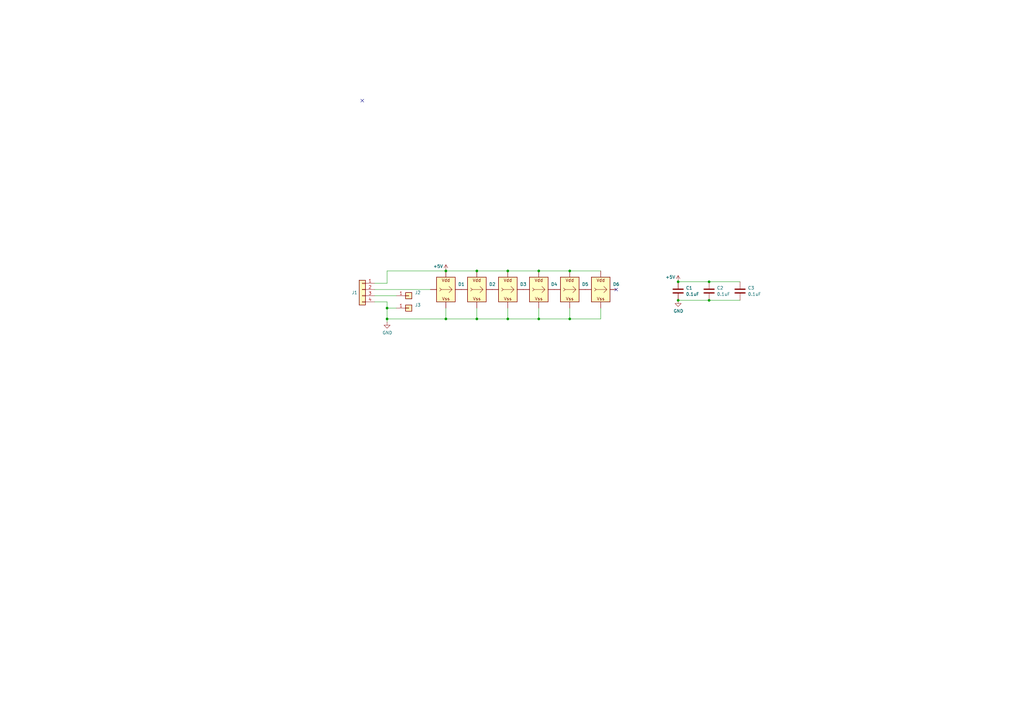
<source format=kicad_sch>
(kicad_sch
	(version 20231120)
	(generator "eeschema")
	(generator_version "8.0")
	(uuid "2e3f5573-c264-4a8b-a2f0-0e6473d39aad")
	(paper "A3")
	(lib_symbols
		(symbol "Connector_Generic:Conn_01x01"
			(pin_names
				(offset 1.016) hide)
			(exclude_from_sim no)
			(in_bom yes)
			(on_board yes)
			(property "Reference" "J"
				(at 0 2.54 0)
				(effects
					(font
						(size 1.27 1.27)
					)
				)
			)
			(property "Value" "Conn_01x01"
				(at 0 -2.54 0)
				(effects
					(font
						(size 1.27 1.27)
					)
				)
			)
			(property "Footprint" ""
				(at 0 0 0)
				(effects
					(font
						(size 1.27 1.27)
					)
					(hide yes)
				)
			)
			(property "Datasheet" "~"
				(at 0 0 0)
				(effects
					(font
						(size 1.27 1.27)
					)
					(hide yes)
				)
			)
			(property "Description" "Generic connector, single row, 01x01, script generated (kicad-library-utils/schlib/autogen/connector/)"
				(at 0 0 0)
				(effects
					(font
						(size 1.27 1.27)
					)
					(hide yes)
				)
			)
			(property "ki_keywords" "connector"
				(at 0 0 0)
				(effects
					(font
						(size 1.27 1.27)
					)
					(hide yes)
				)
			)
			(property "ki_fp_filters" "Connector*:*_1x??_*"
				(at 0 0 0)
				(effects
					(font
						(size 1.27 1.27)
					)
					(hide yes)
				)
			)
			(symbol "Conn_01x01_1_1"
				(rectangle
					(start -1.27 0.127)
					(end 0 -0.127)
					(stroke
						(width 0.1524)
						(type default)
					)
					(fill
						(type none)
					)
				)
				(rectangle
					(start -1.27 1.27)
					(end 1.27 -1.27)
					(stroke
						(width 0.254)
						(type default)
					)
					(fill
						(type background)
					)
				)
				(pin passive line
					(at -5.08 0 0)
					(length 3.81)
					(name "Pin_1"
						(effects
							(font
								(size 1.27 1.27)
							)
						)
					)
					(number "1"
						(effects
							(font
								(size 1.27 1.27)
							)
						)
					)
				)
			)
		)
		(symbol "Connector_Generic:Conn_01x04"
			(pin_names
				(offset 1.016) hide)
			(exclude_from_sim no)
			(in_bom yes)
			(on_board yes)
			(property "Reference" "J"
				(at 0 5.08 0)
				(effects
					(font
						(size 1.27 1.27)
					)
				)
			)
			(property "Value" "Conn_01x04"
				(at 0 -7.62 0)
				(effects
					(font
						(size 1.27 1.27)
					)
				)
			)
			(property "Footprint" ""
				(at 0 0 0)
				(effects
					(font
						(size 1.27 1.27)
					)
					(hide yes)
				)
			)
			(property "Datasheet" "~"
				(at 0 0 0)
				(effects
					(font
						(size 1.27 1.27)
					)
					(hide yes)
				)
			)
			(property "Description" "Generic connector, single row, 01x04, script generated (kicad-library-utils/schlib/autogen/connector/)"
				(at 0 0 0)
				(effects
					(font
						(size 1.27 1.27)
					)
					(hide yes)
				)
			)
			(property "ki_keywords" "connector"
				(at 0 0 0)
				(effects
					(font
						(size 1.27 1.27)
					)
					(hide yes)
				)
			)
			(property "ki_fp_filters" "Connector*:*_1x??_*"
				(at 0 0 0)
				(effects
					(font
						(size 1.27 1.27)
					)
					(hide yes)
				)
			)
			(symbol "Conn_01x04_1_1"
				(rectangle
					(start -1.27 -4.953)
					(end 0 -5.207)
					(stroke
						(width 0.1524)
						(type default)
					)
					(fill
						(type none)
					)
				)
				(rectangle
					(start -1.27 -2.413)
					(end 0 -2.667)
					(stroke
						(width 0.1524)
						(type default)
					)
					(fill
						(type none)
					)
				)
				(rectangle
					(start -1.27 0.127)
					(end 0 -0.127)
					(stroke
						(width 0.1524)
						(type default)
					)
					(fill
						(type none)
					)
				)
				(rectangle
					(start -1.27 2.667)
					(end 0 2.413)
					(stroke
						(width 0.1524)
						(type default)
					)
					(fill
						(type none)
					)
				)
				(rectangle
					(start -1.27 3.81)
					(end 1.27 -6.35)
					(stroke
						(width 0.254)
						(type default)
					)
					(fill
						(type background)
					)
				)
				(pin passive line
					(at -5.08 2.54 0)
					(length 3.81)
					(name "Pin_1"
						(effects
							(font
								(size 1.27 1.27)
							)
						)
					)
					(number "1"
						(effects
							(font
								(size 1.27 1.27)
							)
						)
					)
				)
				(pin passive line
					(at -5.08 0 0)
					(length 3.81)
					(name "Pin_2"
						(effects
							(font
								(size 1.27 1.27)
							)
						)
					)
					(number "2"
						(effects
							(font
								(size 1.27 1.27)
							)
						)
					)
				)
				(pin passive line
					(at -5.08 -2.54 0)
					(length 3.81)
					(name "Pin_3"
						(effects
							(font
								(size 1.27 1.27)
							)
						)
					)
					(number "3"
						(effects
							(font
								(size 1.27 1.27)
							)
						)
					)
				)
				(pin passive line
					(at -5.08 -5.08 0)
					(length 3.81)
					(name "Pin_4"
						(effects
							(font
								(size 1.27 1.27)
							)
						)
					)
					(number "4"
						(effects
							(font
								(size 1.27 1.27)
							)
						)
					)
				)
			)
		)
		(symbol "Device:C"
			(pin_numbers hide)
			(pin_names
				(offset 0.254)
			)
			(exclude_from_sim no)
			(in_bom yes)
			(on_board yes)
			(property "Reference" "C"
				(at 0.635 2.54 0)
				(effects
					(font
						(size 1.27 1.27)
					)
					(justify left)
				)
			)
			(property "Value" "C"
				(at 0.635 -2.54 0)
				(effects
					(font
						(size 1.27 1.27)
					)
					(justify left)
				)
			)
			(property "Footprint" ""
				(at 0.9652 -3.81 0)
				(effects
					(font
						(size 1.27 1.27)
					)
					(hide yes)
				)
			)
			(property "Datasheet" "~"
				(at 0 0 0)
				(effects
					(font
						(size 1.27 1.27)
					)
					(hide yes)
				)
			)
			(property "Description" "Unpolarized capacitor"
				(at 0 0 0)
				(effects
					(font
						(size 1.27 1.27)
					)
					(hide yes)
				)
			)
			(property "ki_keywords" "cap capacitor"
				(at 0 0 0)
				(effects
					(font
						(size 1.27 1.27)
					)
					(hide yes)
				)
			)
			(property "ki_fp_filters" "C_*"
				(at 0 0 0)
				(effects
					(font
						(size 1.27 1.27)
					)
					(hide yes)
				)
			)
			(symbol "C_0_1"
				(polyline
					(pts
						(xy -2.032 -0.762) (xy 2.032 -0.762)
					)
					(stroke
						(width 0.508)
						(type default)
					)
					(fill
						(type none)
					)
				)
				(polyline
					(pts
						(xy -2.032 0.762) (xy 2.032 0.762)
					)
					(stroke
						(width 0.508)
						(type default)
					)
					(fill
						(type none)
					)
				)
			)
			(symbol "C_1_1"
				(pin passive line
					(at 0 3.81 270)
					(length 2.794)
					(name "~"
						(effects
							(font
								(size 1.27 1.27)
							)
						)
					)
					(number "1"
						(effects
							(font
								(size 1.27 1.27)
							)
						)
					)
				)
				(pin passive line
					(at 0 -3.81 90)
					(length 2.794)
					(name "~"
						(effects
							(font
								(size 1.27 1.27)
							)
						)
					)
					(number "2"
						(effects
							(font
								(size 1.27 1.27)
							)
						)
					)
				)
			)
		)
		(symbol "musec_pico:WS2812B_Unified"
			(pin_numbers hide)
			(pin_names
				(offset 0.254) hide)
			(exclude_from_sim no)
			(in_bom yes)
			(on_board yes)
			(property "Reference" "D10"
				(at 2.54 6.35 0)
				(effects
					(font
						(size 1.27 1.27)
					)
				)
			)
			(property "Value" "WS2812B_Unified"
				(at 15.24 1.7907 0)
				(effects
					(font
						(size 1.27 1.27)
					)
					(hide yes)
				)
			)
			(property "Footprint" "musec_pico:WS2812B-2835"
				(at 1.27 -7.62 0)
				(effects
					(font
						(size 1.27 1.27)
					)
					(justify left top)
					(hide yes)
				)
			)
			(property "Datasheet" ""
				(at 2.54 -9.525 0)
				(effects
					(font
						(size 1.27 1.27)
					)
					(justify left top)
					(hide yes)
				)
			)
			(property "Description" "RGB LED with integrated controller"
				(at 0 0 0)
				(effects
					(font
						(size 1.27 1.27)
					)
					(hide yes)
				)
			)
			(property "ki_keywords" "RGB LED NeoPixel addressable"
				(at 0 0 0)
				(effects
					(font
						(size 1.27 1.27)
					)
					(hide yes)
				)
			)
			(property "ki_fp_filters" "LED*WS2812"
				(at 0 0 0)
				(effects
					(font
						(size 1.27 1.27)
					)
					(hide yes)
				)
			)
			(symbol "WS2812B_Unified_0_0"
				(polyline
					(pts
						(xy -1.905 0) (xy 2.54 0) (xy 1.27 1.27)
					)
					(stroke
						(width 0)
						(type default)
					)
					(fill
						(type none)
					)
				)
				(text "Vdd"
					(at 0 3.81 0)
					(effects
						(font
							(size 1.27 1.27)
						)
					)
				)
				(text "Vss"
					(at 0 -3.81 0)
					(effects
						(font
							(size 1.27 1.27)
						)
					)
				)
			)
			(symbol "WS2812B_Unified_0_1"
				(rectangle
					(start -3.81 5.08)
					(end 3.81 -5.08)
					(stroke
						(width 0.254)
						(type default)
					)
					(fill
						(type background)
					)
				)
				(polyline
					(pts
						(xy 1.27 -1.27) (xy 2.54 0)
					)
					(stroke
						(width 0)
						(type default)
					)
					(fill
						(type none)
					)
				)
				(polyline
					(pts
						(xy -2.54 0.635) (xy -1.905 0) (xy -2.54 -0.635)
					)
					(stroke
						(width 0)
						(type default)
					)
					(fill
						(type none)
					)
				)
			)
			(symbol "WS2812B_Unified_1_1"
				(pin power_in line
					(at 0 -7.62 90)
					(length 2.54)
					(name "VSS"
						(effects
							(font
								(size 1.27 1.27)
							)
						)
					)
					(number "G"
						(effects
							(font
								(size 1.27 1.27)
							)
						)
					)
				)
				(pin input line
					(at -6.35 0 0)
					(length 2.54)
					(name "In"
						(effects
							(font
								(size 1.27 1.27)
							)
						)
					)
					(number "I"
						(effects
							(font
								(size 1.27 1.27)
							)
						)
					)
				)
				(pin output line
					(at 6.35 0 180)
					(length 2.54)
					(name "Out"
						(effects
							(font
								(size 1.27 1.27)
							)
						)
					)
					(number "O"
						(effects
							(font
								(size 1.27 1.27)
							)
						)
					)
				)
				(pin power_in line
					(at 0 7.62 270)
					(length 2.54)
					(name "VDD"
						(effects
							(font
								(size 1.27 1.27)
							)
						)
					)
					(number "V"
						(effects
							(font
								(size 1.27 1.27)
							)
						)
					)
				)
			)
		)
		(symbol "power:+5V"
			(power)
			(pin_numbers hide)
			(pin_names
				(offset 0) hide)
			(exclude_from_sim no)
			(in_bom yes)
			(on_board yes)
			(property "Reference" "#PWR"
				(at 0 -3.81 0)
				(effects
					(font
						(size 1.27 1.27)
					)
					(hide yes)
				)
			)
			(property "Value" "+5V"
				(at 0 3.556 0)
				(effects
					(font
						(size 1.27 1.27)
					)
				)
			)
			(property "Footprint" ""
				(at 0 0 0)
				(effects
					(font
						(size 1.27 1.27)
					)
					(hide yes)
				)
			)
			(property "Datasheet" ""
				(at 0 0 0)
				(effects
					(font
						(size 1.27 1.27)
					)
					(hide yes)
				)
			)
			(property "Description" "Power symbol creates a global label with name \"+5V\""
				(at 0 0 0)
				(effects
					(font
						(size 1.27 1.27)
					)
					(hide yes)
				)
			)
			(property "ki_keywords" "global power"
				(at 0 0 0)
				(effects
					(font
						(size 1.27 1.27)
					)
					(hide yes)
				)
			)
			(symbol "+5V_0_1"
				(polyline
					(pts
						(xy -0.762 1.27) (xy 0 2.54)
					)
					(stroke
						(width 0)
						(type default)
					)
					(fill
						(type none)
					)
				)
				(polyline
					(pts
						(xy 0 0) (xy 0 2.54)
					)
					(stroke
						(width 0)
						(type default)
					)
					(fill
						(type none)
					)
				)
				(polyline
					(pts
						(xy 0 2.54) (xy 0.762 1.27)
					)
					(stroke
						(width 0)
						(type default)
					)
					(fill
						(type none)
					)
				)
			)
			(symbol "+5V_1_1"
				(pin power_in line
					(at 0 0 90)
					(length 0)
					(name "~"
						(effects
							(font
								(size 1.27 1.27)
							)
						)
					)
					(number "1"
						(effects
							(font
								(size 1.27 1.27)
							)
						)
					)
				)
			)
		)
		(symbol "power:GND"
			(power)
			(pin_numbers hide)
			(pin_names
				(offset 0) hide)
			(exclude_from_sim no)
			(in_bom yes)
			(on_board yes)
			(property "Reference" "#PWR"
				(at 0 -6.35 0)
				(effects
					(font
						(size 1.27 1.27)
					)
					(hide yes)
				)
			)
			(property "Value" "GND"
				(at 0 -3.81 0)
				(effects
					(font
						(size 1.27 1.27)
					)
				)
			)
			(property "Footprint" ""
				(at 0 0 0)
				(effects
					(font
						(size 1.27 1.27)
					)
					(hide yes)
				)
			)
			(property "Datasheet" ""
				(at 0 0 0)
				(effects
					(font
						(size 1.27 1.27)
					)
					(hide yes)
				)
			)
			(property "Description" "Power symbol creates a global label with name \"GND\" , ground"
				(at 0 0 0)
				(effects
					(font
						(size 1.27 1.27)
					)
					(hide yes)
				)
			)
			(property "ki_keywords" "global power"
				(at 0 0 0)
				(effects
					(font
						(size 1.27 1.27)
					)
					(hide yes)
				)
			)
			(symbol "GND_0_1"
				(polyline
					(pts
						(xy 0 0) (xy 0 -1.27) (xy 1.27 -1.27) (xy 0 -2.54) (xy -1.27 -1.27) (xy 0 -1.27)
					)
					(stroke
						(width 0)
						(type default)
					)
					(fill
						(type none)
					)
				)
			)
			(symbol "GND_1_1"
				(pin power_in line
					(at 0 0 270)
					(length 0)
					(name "~"
						(effects
							(font
								(size 1.27 1.27)
							)
						)
					)
					(number "1"
						(effects
							(font
								(size 1.27 1.27)
							)
						)
					)
				)
			)
		)
	)
	(junction
		(at 290.83 123.19)
		(diameter 0)
		(color 0 0 0 0)
		(uuid "00d46313-bcf3-4ca5-baf7-e1e5d179b357")
	)
	(junction
		(at 220.98 111.125)
		(diameter 0)
		(color 0 0 0 0)
		(uuid "0ff41c96-440c-422f-b46d-9dab5cfff90d")
	)
	(junction
		(at 220.98 130.81)
		(diameter 0)
		(color 0 0 0 0)
		(uuid "1a48b5e0-e2ef-48e7-b202-5c4414a7a970")
	)
	(junction
		(at 278.13 115.57)
		(diameter 0)
		(color 0 0 0 0)
		(uuid "1e2b33df-8502-4370-ad6a-ef4ef517dbfe")
	)
	(junction
		(at 233.68 111.125)
		(diameter 0)
		(color 0 0 0 0)
		(uuid "312043af-813d-4708-b7a6-7f7cae610f62")
	)
	(junction
		(at 208.28 130.81)
		(diameter 0)
		(color 0 0 0 0)
		(uuid "3b67b0b7-33f8-4b70-a6a4-4bf2f382ea75")
	)
	(junction
		(at 158.75 126.365)
		(diameter 0)
		(color 0 0 0 0)
		(uuid "4a901f82-a5d1-4f5e-bc96-ae04237802ab")
	)
	(junction
		(at 195.58 111.125)
		(diameter 0)
		(color 0 0 0 0)
		(uuid "641c821c-be29-4d71-8d8d-6ee6c9fc6e30")
	)
	(junction
		(at 195.58 130.81)
		(diameter 0)
		(color 0 0 0 0)
		(uuid "6f33cceb-c636-4a09-b346-0d71fe6cd895")
	)
	(junction
		(at 278.13 123.19)
		(diameter 0)
		(color 0 0 0 0)
		(uuid "8722640e-5fae-4ed7-9dfe-59b017468e06")
	)
	(junction
		(at 208.28 111.125)
		(diameter 0)
		(color 0 0 0 0)
		(uuid "8b2c1f1a-8219-4a3b-a585-bf8d7c5fc3a0")
	)
	(junction
		(at 290.83 115.57)
		(diameter 0)
		(color 0 0 0 0)
		(uuid "b9a41b8c-fb1c-4f19-98f9-3d57cbece1bc")
	)
	(junction
		(at 182.88 130.81)
		(diameter 0)
		(color 0 0 0 0)
		(uuid "cc4dd972-e068-4604-8b7f-164c1316deb4")
	)
	(junction
		(at 158.75 130.81)
		(diameter 0)
		(color 0 0 0 0)
		(uuid "cfec2c03-c2bf-4b61-8608-06dfb910d9e2")
	)
	(junction
		(at 233.68 130.81)
		(diameter 0)
		(color 0 0 0 0)
		(uuid "d41f1155-94f5-4921-9052-8e1a9566f358")
	)
	(junction
		(at 182.88 111.125)
		(diameter 0)
		(color 0 0 0 0)
		(uuid "fb71beef-234b-4a04-98f8-8eded5fb246c")
	)
	(no_connect
		(at 148.59 41.275)
		(uuid "5ffb3571-20cd-477e-9964-de2b03d7012a")
	)
	(no_connect
		(at 252.73 118.745)
		(uuid "bb676a16-a560-49c0-a7ae-4ee3f36decf5")
	)
	(wire
		(pts
			(xy 246.38 130.81) (xy 246.38 126.365)
		)
		(stroke
			(width 0)
			(type default)
		)
		(uuid "0eda0b82-3289-4786-b672-a42dccc4a6b7")
	)
	(wire
		(pts
			(xy 208.28 130.81) (xy 220.98 130.81)
		)
		(stroke
			(width 0)
			(type default)
		)
		(uuid "1dd85448-b7d6-4bf8-9309-b524dc8df2c1")
	)
	(wire
		(pts
			(xy 233.68 111.125) (xy 246.38 111.125)
		)
		(stroke
			(width 0)
			(type default)
		)
		(uuid "22022e94-7675-4430-b592-1c78c7ed7c02")
	)
	(wire
		(pts
			(xy 278.13 123.19) (xy 290.83 123.19)
		)
		(stroke
			(width 0)
			(type default)
		)
		(uuid "2361ecaf-e2df-4990-be03-3a2a353fed7d")
	)
	(wire
		(pts
			(xy 182.88 111.125) (xy 195.58 111.125)
		)
		(stroke
			(width 0)
			(type default)
		)
		(uuid "26382f51-7e6f-4738-9731-ae5372eb0ddd")
	)
	(wire
		(pts
			(xy 195.58 130.81) (xy 195.58 126.365)
		)
		(stroke
			(width 0)
			(type default)
		)
		(uuid "27280215-715e-459f-8d53-5af354398e66")
	)
	(wire
		(pts
			(xy 153.67 121.285) (xy 162.56 121.285)
		)
		(stroke
			(width 0)
			(type default)
		)
		(uuid "3a259c5f-ff7b-4b6f-85bc-bb0cbeec5bca")
	)
	(wire
		(pts
			(xy 158.75 130.81) (xy 182.88 130.81)
		)
		(stroke
			(width 0)
			(type default)
		)
		(uuid "3f4ef095-7257-414b-ba86-1f065670a51f")
	)
	(wire
		(pts
			(xy 233.68 130.81) (xy 233.68 126.365)
		)
		(stroke
			(width 0)
			(type default)
		)
		(uuid "6456ca01-14fb-4bf7-9f20-1d4ec7a88d2b")
	)
	(wire
		(pts
			(xy 290.83 115.57) (xy 303.53 115.57)
		)
		(stroke
			(width 0)
			(type default)
		)
		(uuid "6971d69d-8ad6-4fdb-8bfe-8ee678b5e123")
	)
	(wire
		(pts
			(xy 182.88 130.81) (xy 195.58 130.81)
		)
		(stroke
			(width 0)
			(type default)
		)
		(uuid "7314df31-fad1-4d66-bf92-9be916327056")
	)
	(wire
		(pts
			(xy 220.98 130.81) (xy 220.98 126.365)
		)
		(stroke
			(width 0)
			(type default)
		)
		(uuid "774e8375-cd98-45f8-b98f-f3e7382f05d6")
	)
	(wire
		(pts
			(xy 278.13 115.57) (xy 290.83 115.57)
		)
		(stroke
			(width 0)
			(type default)
		)
		(uuid "792e166e-1541-46b7-9a52-10661726494b")
	)
	(wire
		(pts
			(xy 153.67 123.825) (xy 158.75 123.825)
		)
		(stroke
			(width 0)
			(type default)
		)
		(uuid "7b27375d-6070-416d-938a-70e39e167a8a")
	)
	(wire
		(pts
			(xy 158.75 130.81) (xy 158.75 132.08)
		)
		(stroke
			(width 0)
			(type default)
		)
		(uuid "8f597bd4-914a-4731-bf75-e5763df289a6")
	)
	(wire
		(pts
			(xy 158.75 116.205) (xy 158.75 111.125)
		)
		(stroke
			(width 0)
			(type default)
		)
		(uuid "998de38a-1e0a-43c3-afe8-04403b8be258")
	)
	(wire
		(pts
			(xy 233.68 130.81) (xy 246.38 130.81)
		)
		(stroke
			(width 0)
			(type default)
		)
		(uuid "9acfa527-e99a-44ba-9526-6621ca6389f5")
	)
	(wire
		(pts
			(xy 153.67 118.745) (xy 176.53 118.745)
		)
		(stroke
			(width 0)
			(type default)
		)
		(uuid "9af32cbc-b3b1-4d02-863c-25633a34cf13")
	)
	(wire
		(pts
			(xy 158.75 116.205) (xy 153.67 116.205)
		)
		(stroke
			(width 0)
			(type default)
		)
		(uuid "a89db55b-b9de-43b1-b27b-143eeee79ef7")
	)
	(wire
		(pts
			(xy 158.75 126.365) (xy 158.75 130.81)
		)
		(stroke
			(width 0)
			(type default)
		)
		(uuid "aee58d10-7e4d-42ae-bbc9-ff96854f1036")
	)
	(wire
		(pts
			(xy 220.98 111.125) (xy 233.68 111.125)
		)
		(stroke
			(width 0)
			(type default)
		)
		(uuid "af3b706a-b2a1-4d1f-8a53-92b85536fd7e")
	)
	(wire
		(pts
			(xy 195.58 130.81) (xy 208.28 130.81)
		)
		(stroke
			(width 0)
			(type default)
		)
		(uuid "b145287e-eeac-4319-920c-d8d17a483bde")
	)
	(wire
		(pts
			(xy 208.28 111.125) (xy 220.98 111.125)
		)
		(stroke
			(width 0)
			(type default)
		)
		(uuid "b56cf79f-15d7-4d90-9637-a211cd4ce394")
	)
	(wire
		(pts
			(xy 158.75 126.365) (xy 162.56 126.365)
		)
		(stroke
			(width 0)
			(type default)
		)
		(uuid "bbdb9ead-df12-45dd-bee5-a6974b04f2ac")
	)
	(wire
		(pts
			(xy 158.75 111.125) (xy 182.88 111.125)
		)
		(stroke
			(width 0)
			(type default)
		)
		(uuid "bc7bc620-b294-4846-9185-936ee708c2d8")
	)
	(wire
		(pts
			(xy 290.83 123.19) (xy 303.53 123.19)
		)
		(stroke
			(width 0)
			(type default)
		)
		(uuid "cba0b790-87fd-403e-a984-d3df90d5b2fb")
	)
	(wire
		(pts
			(xy 158.75 123.825) (xy 158.75 126.365)
		)
		(stroke
			(width 0)
			(type default)
		)
		(uuid "d089e414-c028-4ce1-b488-de408dea3f64")
	)
	(wire
		(pts
			(xy 208.28 130.81) (xy 208.28 126.365)
		)
		(stroke
			(width 0)
			(type default)
		)
		(uuid "df99a850-e42e-45ce-8edd-34d3d4b125e0")
	)
	(wire
		(pts
			(xy 195.58 111.125) (xy 208.28 111.125)
		)
		(stroke
			(width 0)
			(type default)
		)
		(uuid "e329e283-812b-4e52-ab8a-0f3e3a1efef3")
	)
	(wire
		(pts
			(xy 220.98 130.81) (xy 233.68 130.81)
		)
		(stroke
			(width 0)
			(type default)
		)
		(uuid "e5b2b3df-a26b-41bd-b7f1-2e717386b753")
	)
	(wire
		(pts
			(xy 182.88 130.81) (xy 182.88 126.365)
		)
		(stroke
			(width 0)
			(type default)
		)
		(uuid "e8d75bfb-1513-4adb-aa4b-0959eb075201")
	)
	(symbol
		(lib_id "Device:C")
		(at 303.53 119.38 0)
		(unit 1)
		(exclude_from_sim no)
		(in_bom yes)
		(on_board yes)
		(dnp no)
		(fields_autoplaced yes)
		(uuid "008dc9be-7156-45d4-8aa0-87ab55399ab8")
		(property "Reference" "C3"
			(at 306.705 118.1099 0)
			(effects
				(font
					(size 1.27 1.27)
				)
				(justify left)
			)
		)
		(property "Value" "0.1uF"
			(at 306.705 120.6499 0)
			(effects
				(font
					(size 1.27 1.27)
				)
				(justify left)
			)
		)
		(property "Footprint" "Capacitor_SMD:C_0603_1608Metric_Pad1.08x0.95mm_HandSolder"
			(at 304.4952 123.19 0)
			(effects
				(font
					(size 1.27 1.27)
				)
				(hide yes)
			)
		)
		(property "Datasheet" "~"
			(at 303.53 119.38 0)
			(effects
				(font
					(size 1.27 1.27)
				)
				(hide yes)
			)
		)
		(property "Description" "Unpolarized capacitor"
			(at 303.53 119.38 0)
			(effects
				(font
					(size 1.27 1.27)
				)
				(hide yes)
			)
		)
		(pin "1"
			(uuid "a919a5f3-3e85-47e8-99d5-b2874afa509b")
		)
		(pin "2"
			(uuid "223aa74a-d0de-41fd-8183-1e6337fe9b18")
		)
		(instances
			(project "musec_pico"
				(path "/2e3f5573-c264-4a8b-a2f0-0e6473d39aad"
					(reference "C3")
					(unit 1)
				)
			)
		)
	)
	(symbol
		(lib_id "musec_pico:WS2812B_Unified")
		(at 246.38 118.745 0)
		(unit 1)
		(exclude_from_sim no)
		(in_bom yes)
		(on_board yes)
		(dnp no)
		(uuid "0161edd7-8c07-415e-b76b-87d7ffd77032")
		(property "Reference" "D6"
			(at 252.73 116.586 0)
			(effects
				(font
					(size 1.27 1.27)
				)
			)
		)
		(property "Value" "WS2812B_Unified"
			(at 261.62 116.9543 0)
			(effects
				(font
					(size 1.27 1.27)
				)
				(hide yes)
			)
		)
		(property "Footprint" "musec_pedal:WS2812B-2835"
			(at 247.65 126.365 0)
			(effects
				(font
					(size 1.27 1.27)
				)
				(justify left top)
				(hide yes)
			)
		)
		(property "Datasheet" ""
			(at 248.92 128.27 0)
			(effects
				(font
					(size 1.27 1.27)
				)
				(justify left top)
				(hide yes)
			)
		)
		(property "Description" "RGB LED with integrated controller"
			(at 246.38 118.745 0)
			(effects
				(font
					(size 1.27 1.27)
				)
				(hide yes)
			)
		)
		(pin "G"
			(uuid "2686218c-103a-49dd-844f-46c981a16625")
		)
		(pin "I"
			(uuid "d81e567c-3486-43dc-bf43-1706f238bf76")
		)
		(pin "O"
			(uuid "4e079ee7-9686-4862-82c1-c353af68ea43")
		)
		(pin "V"
			(uuid "4279f6a9-65b3-407f-ad0e-33ca933ee8fe")
		)
		(instances
			(project "musec_pedal"
				(path "/2e3f5573-c264-4a8b-a2f0-0e6473d39aad"
					(reference "D6")
					(unit 1)
				)
			)
		)
	)
	(symbol
		(lib_id "Connector_Generic:Conn_01x01")
		(at 167.64 121.285 0)
		(unit 1)
		(exclude_from_sim no)
		(in_bom yes)
		(on_board yes)
		(dnp no)
		(fields_autoplaced yes)
		(uuid "09d673a5-2154-47d0-a75a-1ae6886e29ac")
		(property "Reference" "J2"
			(at 170.18 120.0149 0)
			(effects
				(font
					(size 1.27 1.27)
				)
				(justify left)
			)
		)
		(property "Value" "SW1"
			(at 170.18 122.5549 0)
			(effects
				(font
					(size 1.27 1.27)
				)
				(justify left)
				(hide yes)
			)
		)
		(property "Footprint" "musec_pedal:Solder_1P"
			(at 167.64 121.285 0)
			(effects
				(font
					(size 1.27 1.27)
				)
				(hide yes)
			)
		)
		(property "Datasheet" "~"
			(at 167.64 121.285 0)
			(effects
				(font
					(size 1.27 1.27)
				)
				(hide yes)
			)
		)
		(property "Description" "Generic connector, single row, 01x01, script generated (kicad-library-utils/schlib/autogen/connector/)"
			(at 167.64 121.285 0)
			(effects
				(font
					(size 1.27 1.27)
				)
				(hide yes)
			)
		)
		(pin "1"
			(uuid "f9a5adf9-ebeb-4e1a-8202-416927db35d4")
		)
		(instances
			(project ""
				(path "/2e3f5573-c264-4a8b-a2f0-0e6473d39aad"
					(reference "J2")
					(unit 1)
				)
			)
		)
	)
	(symbol
		(lib_id "Device:C")
		(at 278.13 119.38 0)
		(unit 1)
		(exclude_from_sim no)
		(in_bom yes)
		(on_board yes)
		(dnp no)
		(fields_autoplaced yes)
		(uuid "09f4e675-0bbf-4f20-bab5-788115abed2a")
		(property "Reference" "C1"
			(at 281.305 118.1099 0)
			(effects
				(font
					(size 1.27 1.27)
				)
				(justify left)
			)
		)
		(property "Value" "0.1uF"
			(at 281.305 120.6499 0)
			(effects
				(font
					(size 1.27 1.27)
				)
				(justify left)
			)
		)
		(property "Footprint" "Capacitor_SMD:C_0603_1608Metric_Pad1.08x0.95mm_HandSolder"
			(at 279.0952 123.19 0)
			(effects
				(font
					(size 1.27 1.27)
				)
				(hide yes)
			)
		)
		(property "Datasheet" "~"
			(at 278.13 119.38 0)
			(effects
				(font
					(size 1.27 1.27)
				)
				(hide yes)
			)
		)
		(property "Description" "Unpolarized capacitor"
			(at 278.13 119.38 0)
			(effects
				(font
					(size 1.27 1.27)
				)
				(hide yes)
			)
		)
		(pin "1"
			(uuid "ef5af7d2-2088-4564-8cf4-2aa2b2584c90")
		)
		(pin "2"
			(uuid "01b07cec-ce86-44b1-99d9-902a90116b09")
		)
		(instances
			(project "musec_pico"
				(path "/2e3f5573-c264-4a8b-a2f0-0e6473d39aad"
					(reference "C1")
					(unit 1)
				)
			)
		)
	)
	(symbol
		(lib_id "musec_pico:WS2812B_Unified")
		(at 208.28 118.745 0)
		(unit 1)
		(exclude_from_sim no)
		(in_bom yes)
		(on_board yes)
		(dnp no)
		(uuid "3f2eeb69-0452-47db-a35e-993131b854d4")
		(property "Reference" "D3"
			(at 214.63 116.586 0)
			(effects
				(font
					(size 1.27 1.27)
				)
			)
		)
		(property "Value" "WS2812B_Unified"
			(at 223.52 116.9543 0)
			(effects
				(font
					(size 1.27 1.27)
				)
				(hide yes)
			)
		)
		(property "Footprint" "musec_pedal:WS2812B-2835"
			(at 209.55 126.365 0)
			(effects
				(font
					(size 1.27 1.27)
				)
				(justify left top)
				(hide yes)
			)
		)
		(property "Datasheet" ""
			(at 210.82 128.27 0)
			(effects
				(font
					(size 1.27 1.27)
				)
				(justify left top)
				(hide yes)
			)
		)
		(property "Description" "RGB LED with integrated controller"
			(at 208.28 118.745 0)
			(effects
				(font
					(size 1.27 1.27)
				)
				(hide yes)
			)
		)
		(pin "G"
			(uuid "07bbe0b6-1955-46b5-b2eb-092461db20f4")
		)
		(pin "I"
			(uuid "599306d6-a642-4132-939f-3bd08d3a1d80")
		)
		(pin "O"
			(uuid "c4486c39-88cd-4410-800d-88a2dc65c7e5")
		)
		(pin "V"
			(uuid "8f912cd8-88c8-47ed-9a78-93ec1930654b")
		)
		(instances
			(project "musec_pedal"
				(path "/2e3f5573-c264-4a8b-a2f0-0e6473d39aad"
					(reference "D3")
					(unit 1)
				)
			)
		)
	)
	(symbol
		(lib_id "musec_pico:WS2812B_Unified")
		(at 220.98 118.745 0)
		(unit 1)
		(exclude_from_sim no)
		(in_bom yes)
		(on_board yes)
		(dnp no)
		(uuid "438784a6-410d-4897-9651-7b6557959d9a")
		(property "Reference" "D4"
			(at 227.33 116.586 0)
			(effects
				(font
					(size 1.27 1.27)
				)
			)
		)
		(property "Value" "WS2812B_Unified"
			(at 236.22 116.9543 0)
			(effects
				(font
					(size 1.27 1.27)
				)
				(hide yes)
			)
		)
		(property "Footprint" "musec_pedal:WS2812B-2835"
			(at 222.25 126.365 0)
			(effects
				(font
					(size 1.27 1.27)
				)
				(justify left top)
				(hide yes)
			)
		)
		(property "Datasheet" ""
			(at 223.52 128.27 0)
			(effects
				(font
					(size 1.27 1.27)
				)
				(justify left top)
				(hide yes)
			)
		)
		(property "Description" "RGB LED with integrated controller"
			(at 220.98 118.745 0)
			(effects
				(font
					(size 1.27 1.27)
				)
				(hide yes)
			)
		)
		(pin "G"
			(uuid "2d649638-2d24-4232-8b49-4e3560207522")
		)
		(pin "I"
			(uuid "cefd8c2d-4f19-4f5c-a1c6-00b37643b595")
		)
		(pin "O"
			(uuid "7309f95e-a36d-42a7-b13c-37085cf7654d")
		)
		(pin "V"
			(uuid "b445d2d4-2f7b-4030-b6c9-8a601a9ed88b")
		)
		(instances
			(project "musec_pedal"
				(path "/2e3f5573-c264-4a8b-a2f0-0e6473d39aad"
					(reference "D4")
					(unit 1)
				)
			)
		)
	)
	(symbol
		(lib_id "musec_pico:WS2812B_Unified")
		(at 182.88 118.745 0)
		(unit 1)
		(exclude_from_sim no)
		(in_bom yes)
		(on_board yes)
		(dnp no)
		(uuid "44bc94b8-feec-4344-8546-38a9105da0f3")
		(property "Reference" "D1"
			(at 189.23 116.586 0)
			(effects
				(font
					(size 1.27 1.27)
				)
			)
		)
		(property "Value" "WS2812B_Unified"
			(at 198.12 116.9543 0)
			(effects
				(font
					(size 1.27 1.27)
				)
				(hide yes)
			)
		)
		(property "Footprint" "musec_pedal:WS2812B-2835"
			(at 184.15 126.365 0)
			(effects
				(font
					(size 1.27 1.27)
				)
				(justify left top)
				(hide yes)
			)
		)
		(property "Datasheet" ""
			(at 185.42 128.27 0)
			(effects
				(font
					(size 1.27 1.27)
				)
				(justify left top)
				(hide yes)
			)
		)
		(property "Description" "RGB LED with integrated controller"
			(at 182.88 118.745 0)
			(effects
				(font
					(size 1.27 1.27)
				)
				(hide yes)
			)
		)
		(pin "G"
			(uuid "e3d8f1b1-f412-4084-b8d3-c67ca4f2e298")
		)
		(pin "I"
			(uuid "2b2fa00f-eec0-43d7-a87f-da650405e1b2")
		)
		(pin "O"
			(uuid "13807bfb-714f-45b2-88d9-7310590e060a")
		)
		(pin "V"
			(uuid "ca40d8f7-3c4b-479d-800b-f78a78427a7e")
		)
		(instances
			(project "musec_pedal"
				(path "/2e3f5573-c264-4a8b-a2f0-0e6473d39aad"
					(reference "D1")
					(unit 1)
				)
			)
		)
	)
	(symbol
		(lib_id "Connector_Generic:Conn_01x01")
		(at 167.64 126.365 0)
		(unit 1)
		(exclude_from_sim no)
		(in_bom yes)
		(on_board yes)
		(dnp no)
		(fields_autoplaced yes)
		(uuid "592f3576-4eff-48a3-8a46-dd33e984c6ae")
		(property "Reference" "J3"
			(at 170.18 125.0949 0)
			(effects
				(font
					(size 1.27 1.27)
				)
				(justify left)
			)
		)
		(property "Value" "SW2"
			(at 170.18 127.6349 0)
			(effects
				(font
					(size 1.27 1.27)
				)
				(justify left)
				(hide yes)
			)
		)
		(property "Footprint" "musec_pedal:Solder_1P"
			(at 167.64 126.365 0)
			(effects
				(font
					(size 1.27 1.27)
				)
				(hide yes)
			)
		)
		(property "Datasheet" "~"
			(at 167.64 126.365 0)
			(effects
				(font
					(size 1.27 1.27)
				)
				(hide yes)
			)
		)
		(property "Description" "Generic connector, single row, 01x01, script generated (kicad-library-utils/schlib/autogen/connector/)"
			(at 167.64 126.365 0)
			(effects
				(font
					(size 1.27 1.27)
				)
				(hide yes)
			)
		)
		(pin "1"
			(uuid "19c664da-009b-4c0f-8a93-26f6a28a05fe")
		)
		(instances
			(project "musec_pedal"
				(path "/2e3f5573-c264-4a8b-a2f0-0e6473d39aad"
					(reference "J3")
					(unit 1)
				)
			)
		)
	)
	(symbol
		(lib_id "Connector_Generic:Conn_01x04")
		(at 148.59 118.745 0)
		(mirror y)
		(unit 1)
		(exclude_from_sim no)
		(in_bom yes)
		(on_board yes)
		(dnp no)
		(uuid "687292cd-6268-47ef-b25d-119c84937b5c")
		(property "Reference" "J1"
			(at 145.415 120.015 0)
			(effects
				(font
					(size 1.27 1.27)
				)
			)
		)
		(property "Value" "Pedal"
			(at 145.415 121.2849 0)
			(effects
				(font
					(size 1.27 1.27)
				)
				(justify left)
				(hide yes)
			)
		)
		(property "Footprint" "musec_pedal:SH1.0_4P_Solder_Combo"
			(at 148.59 118.745 0)
			(effects
				(font
					(size 1.27 1.27)
				)
				(hide yes)
			)
		)
		(property "Datasheet" "~"
			(at 148.59 118.745 0)
			(effects
				(font
					(size 1.27 1.27)
				)
				(hide yes)
			)
		)
		(property "Description" "Generic connector, single row, 01x04, script generated (kicad-library-utils/schlib/autogen/connector/)"
			(at 148.59 118.745 0)
			(effects
				(font
					(size 1.27 1.27)
				)
				(hide yes)
			)
		)
		(pin "2"
			(uuid "d61e92d5-6038-40ce-9f30-407aff7dc7d3")
		)
		(pin "4"
			(uuid "a55c7590-dbea-43d8-bb57-24709f6601a1")
		)
		(pin "1"
			(uuid "94bc23d2-0bc0-446b-9a5d-279caa9899de")
		)
		(pin "3"
			(uuid "7ba1bb1a-c058-4b3c-94a5-a93b23526e6b")
		)
		(instances
			(project "musec_pico"
				(path "/2e3f5573-c264-4a8b-a2f0-0e6473d39aad"
					(reference "J1")
					(unit 1)
				)
			)
		)
	)
	(symbol
		(lib_id "power:+5V")
		(at 182.88 111.125 0)
		(unit 1)
		(exclude_from_sim no)
		(in_bom yes)
		(on_board yes)
		(dnp no)
		(uuid "984abb6b-6610-4c7f-9687-901b04e500c8")
		(property "Reference" "#PWR01"
			(at 182.88 114.935 0)
			(effects
				(font
					(size 1.27 1.27)
				)
				(hide yes)
			)
		)
		(property "Value" "+5V"
			(at 179.705 109.22 0)
			(effects
				(font
					(size 1.27 1.27)
				)
			)
		)
		(property "Footprint" ""
			(at 182.88 111.125 0)
			(effects
				(font
					(size 1.27 1.27)
				)
				(hide yes)
			)
		)
		(property "Datasheet" ""
			(at 182.88 111.125 0)
			(effects
				(font
					(size 1.27 1.27)
				)
				(hide yes)
			)
		)
		(property "Description" "Power symbol creates a global label with name \"+5V\""
			(at 182.88 111.125 0)
			(effects
				(font
					(size 1.27 1.27)
				)
				(hide yes)
			)
		)
		(pin "1"
			(uuid "0f4fd395-9a5c-4772-b510-d7866c0289a5")
		)
		(instances
			(project "musec_pedal"
				(path "/2e3f5573-c264-4a8b-a2f0-0e6473d39aad"
					(reference "#PWR01")
					(unit 1)
				)
			)
		)
	)
	(symbol
		(lib_id "musec_pico:WS2812B_Unified")
		(at 233.68 118.745 0)
		(unit 1)
		(exclude_from_sim no)
		(in_bom yes)
		(on_board yes)
		(dnp no)
		(uuid "ba67f519-7f0d-41ee-840e-09c2e1f6def5")
		(property "Reference" "D5"
			(at 240.03 116.586 0)
			(effects
				(font
					(size 1.27 1.27)
				)
			)
		)
		(property "Value" "WS2812B_Unified"
			(at 248.92 116.9543 0)
			(effects
				(font
					(size 1.27 1.27)
				)
				(hide yes)
			)
		)
		(property "Footprint" "musec_pedal:WS2812B-2835"
			(at 234.95 126.365 0)
			(effects
				(font
					(size 1.27 1.27)
				)
				(justify left top)
				(hide yes)
			)
		)
		(property "Datasheet" ""
			(at 236.22 128.27 0)
			(effects
				(font
					(size 1.27 1.27)
				)
				(justify left top)
				(hide yes)
			)
		)
		(property "Description" "RGB LED with integrated controller"
			(at 233.68 118.745 0)
			(effects
				(font
					(size 1.27 1.27)
				)
				(hide yes)
			)
		)
		(pin "G"
			(uuid "72de549a-bfe0-45d6-bfa8-08e0f7b46dd4")
		)
		(pin "I"
			(uuid "1a19a928-e415-46eb-a6ce-cb6141a407d5")
		)
		(pin "O"
			(uuid "ad44c5bd-5756-4c13-929c-8fdaef5b40ab")
		)
		(pin "V"
			(uuid "bac68e4b-b827-4bc2-9500-fd602188241b")
		)
		(instances
			(project "musec_pedal"
				(path "/2e3f5573-c264-4a8b-a2f0-0e6473d39aad"
					(reference "D5")
					(unit 1)
				)
			)
		)
	)
	(symbol
		(lib_id "Device:C")
		(at 290.83 119.38 0)
		(unit 1)
		(exclude_from_sim no)
		(in_bom yes)
		(on_board yes)
		(dnp no)
		(fields_autoplaced yes)
		(uuid "bce60602-ece2-447d-ba0b-ca9e047b5580")
		(property "Reference" "C2"
			(at 294.005 118.1099 0)
			(effects
				(font
					(size 1.27 1.27)
				)
				(justify left)
			)
		)
		(property "Value" "0.1uF"
			(at 294.005 120.6499 0)
			(effects
				(font
					(size 1.27 1.27)
				)
				(justify left)
			)
		)
		(property "Footprint" "Capacitor_SMD:C_0603_1608Metric_Pad1.08x0.95mm_HandSolder"
			(at 291.7952 123.19 0)
			(effects
				(font
					(size 1.27 1.27)
				)
				(hide yes)
			)
		)
		(property "Datasheet" "~"
			(at 290.83 119.38 0)
			(effects
				(font
					(size 1.27 1.27)
				)
				(hide yes)
			)
		)
		(property "Description" "Unpolarized capacitor"
			(at 290.83 119.38 0)
			(effects
				(font
					(size 1.27 1.27)
				)
				(hide yes)
			)
		)
		(pin "1"
			(uuid "84c102db-8e27-43aa-b8ee-6618a66f862a")
		)
		(pin "2"
			(uuid "42ec6e17-3d44-4d01-bd11-9c08fdbbeb65")
		)
		(instances
			(project "musec_pico"
				(path "/2e3f5573-c264-4a8b-a2f0-0e6473d39aad"
					(reference "C2")
					(unit 1)
				)
			)
		)
	)
	(symbol
		(lib_id "power:+5V")
		(at 278.13 115.57 0)
		(unit 1)
		(exclude_from_sim no)
		(in_bom yes)
		(on_board yes)
		(dnp no)
		(uuid "cd883dcb-b31f-4c58-8004-9c115721f89b")
		(property "Reference" "#PWR07"
			(at 278.13 119.38 0)
			(effects
				(font
					(size 1.27 1.27)
				)
				(hide yes)
			)
		)
		(property "Value" "+5V"
			(at 274.955 113.665 0)
			(effects
				(font
					(size 1.27 1.27)
				)
			)
		)
		(property "Footprint" ""
			(at 278.13 115.57 0)
			(effects
				(font
					(size 1.27 1.27)
				)
				(hide yes)
			)
		)
		(property "Datasheet" ""
			(at 278.13 115.57 0)
			(effects
				(font
					(size 1.27 1.27)
				)
				(hide yes)
			)
		)
		(property "Description" "Power symbol creates a global label with name \"+5V\""
			(at 278.13 115.57 0)
			(effects
				(font
					(size 1.27 1.27)
				)
				(hide yes)
			)
		)
		(pin "1"
			(uuid "2702a4fa-3cab-436b-8831-9290329eed4d")
		)
		(instances
			(project "musec_pico"
				(path "/2e3f5573-c264-4a8b-a2f0-0e6473d39aad"
					(reference "#PWR07")
					(unit 1)
				)
			)
		)
	)
	(symbol
		(lib_id "power:GND")
		(at 278.13 123.19 0)
		(unit 1)
		(exclude_from_sim no)
		(in_bom yes)
		(on_board yes)
		(dnp no)
		(uuid "d0f8cc17-d1cc-43d4-b6a9-20e9a6d6939a")
		(property "Reference" "#PWR06"
			(at 278.13 129.54 0)
			(effects
				(font
					(size 1.27 1.27)
				)
				(hide yes)
			)
		)
		(property "Value" "GND"
			(at 278.257 127.5842 0)
			(effects
				(font
					(size 1.27 1.27)
				)
			)
		)
		(property "Footprint" ""
			(at 278.13 123.19 0)
			(effects
				(font
					(size 1.27 1.27)
				)
				(hide yes)
			)
		)
		(property "Datasheet" ""
			(at 278.13 123.19 0)
			(effects
				(font
					(size 1.27 1.27)
				)
				(hide yes)
			)
		)
		(property "Description" "Power symbol creates a global label with name \"GND\" , ground"
			(at 278.13 123.19 0)
			(effects
				(font
					(size 1.27 1.27)
				)
				(hide yes)
			)
		)
		(pin "1"
			(uuid "33a58d37-e82c-4af2-91cf-5490f5cb6cbf")
		)
		(instances
			(project "musec_pico"
				(path "/2e3f5573-c264-4a8b-a2f0-0e6473d39aad"
					(reference "#PWR06")
					(unit 1)
				)
			)
		)
	)
	(symbol
		(lib_id "power:GND")
		(at 158.75 132.08 0)
		(unit 1)
		(exclude_from_sim no)
		(in_bom yes)
		(on_board yes)
		(dnp no)
		(uuid "d7070382-88cb-4a39-941f-db061bcbbfe0")
		(property "Reference" "#PWR02"
			(at 158.75 138.43 0)
			(effects
				(font
					(size 1.27 1.27)
				)
				(hide yes)
			)
		)
		(property "Value" "GND"
			(at 158.877 136.4742 0)
			(effects
				(font
					(size 1.27 1.27)
				)
			)
		)
		(property "Footprint" ""
			(at 158.75 132.08 0)
			(effects
				(font
					(size 1.27 1.27)
				)
				(hide yes)
			)
		)
		(property "Datasheet" ""
			(at 158.75 132.08 0)
			(effects
				(font
					(size 1.27 1.27)
				)
				(hide yes)
			)
		)
		(property "Description" "Power symbol creates a global label with name \"GND\" , ground"
			(at 158.75 132.08 0)
			(effects
				(font
					(size 1.27 1.27)
				)
				(hide yes)
			)
		)
		(pin "1"
			(uuid "7a9ea1ac-676a-4775-9295-8eccc3c6f648")
		)
		(instances
			(project "musec_pedal"
				(path "/2e3f5573-c264-4a8b-a2f0-0e6473d39aad"
					(reference "#PWR02")
					(unit 1)
				)
			)
		)
	)
	(symbol
		(lib_id "musec_pico:WS2812B_Unified")
		(at 195.58 118.745 0)
		(unit 1)
		(exclude_from_sim no)
		(in_bom yes)
		(on_board yes)
		(dnp no)
		(uuid "d796aa26-561b-4eec-a161-eedac17edaf2")
		(property "Reference" "D2"
			(at 201.93 116.586 0)
			(effects
				(font
					(size 1.27 1.27)
				)
			)
		)
		(property "Value" "WS2812B_Unified"
			(at 210.82 116.9543 0)
			(effects
				(font
					(size 1.27 1.27)
				)
				(hide yes)
			)
		)
		(property "Footprint" "musec_pedal:WS2812B-2835"
			(at 196.85 126.365 0)
			(effects
				(font
					(size 1.27 1.27)
				)
				(justify left top)
				(hide yes)
			)
		)
		(property "Datasheet" ""
			(at 198.12 128.27 0)
			(effects
				(font
					(size 1.27 1.27)
				)
				(justify left top)
				(hide yes)
			)
		)
		(property "Description" "RGB LED with integrated controller"
			(at 195.58 118.745 0)
			(effects
				(font
					(size 1.27 1.27)
				)
				(hide yes)
			)
		)
		(pin "G"
			(uuid "c5bb1938-1d9d-467a-bf02-65c0cd8b8b7b")
		)
		(pin "I"
			(uuid "e5cef7be-64df-48a1-940c-0b4fec8b2b0c")
		)
		(pin "O"
			(uuid "9b5a7ab0-53ad-4340-ba3f-c7b9cc3a166b")
		)
		(pin "V"
			(uuid "dc652b51-0e63-4675-81d4-709af8a1765e")
		)
		(instances
			(project "musec_pedal"
				(path "/2e3f5573-c264-4a8b-a2f0-0e6473d39aad"
					(reference "D2")
					(unit 1)
				)
			)
		)
	)
	(sheet_instances
		(path "/"
			(page "1")
		)
	)
)

</source>
